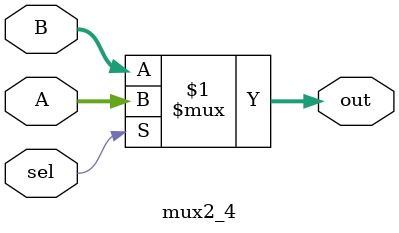
<source format=v>
module mux2_4
	#(parameter width=16)
	(input [width-1:0] A, B,
	 input sel,
	 output [width-1:0] out);
	assign out = sel ? A : B;
endmodule
</source>
